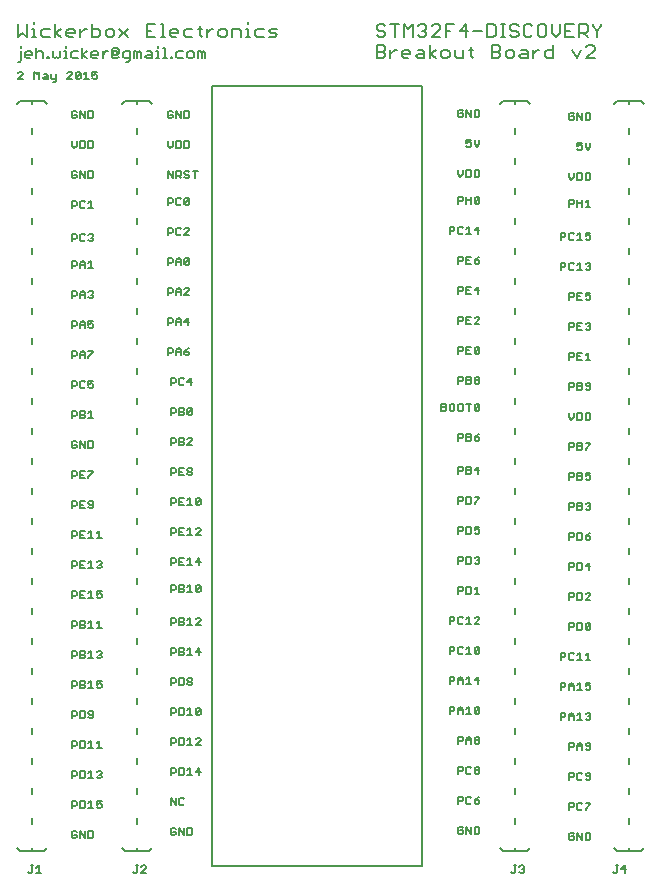
<source format=gto>
G75*
%MOIN*%
%OFA0B0*%
%FSLAX24Y24*%
%IPPOS*%
%LPD*%
%AMOC8*
5,1,8,0,0,1.08239X$1,22.5*
%
%ADD10C,0.0060*%
%ADD11C,0.0080*%
%ADD12C,0.0050*%
D10*
X003010Y001775D02*
X003050Y001735D01*
X003130Y001735D01*
X003170Y001775D01*
X003170Y001855D01*
X003090Y001855D01*
X003010Y001935D02*
X003010Y001775D01*
X003010Y001935D02*
X003050Y001975D01*
X003130Y001975D01*
X003170Y001935D01*
X003286Y001975D02*
X003446Y001735D01*
X003446Y001975D01*
X003562Y001975D02*
X003683Y001975D01*
X003723Y001935D01*
X003723Y001775D01*
X003683Y001735D01*
X003562Y001735D01*
X003562Y001975D01*
X003286Y001975D02*
X003286Y001735D01*
X003286Y002735D02*
X003406Y002735D01*
X003446Y002775D01*
X003446Y002935D01*
X003406Y002975D01*
X003286Y002975D01*
X003286Y002735D01*
X003170Y002855D02*
X003130Y002815D01*
X003010Y002815D01*
X003010Y002735D02*
X003010Y002975D01*
X003130Y002975D01*
X003170Y002935D01*
X003170Y002855D01*
X003562Y002895D02*
X003643Y002975D01*
X003643Y002735D01*
X003723Y002735D02*
X003562Y002735D01*
X003839Y002775D02*
X003879Y002735D01*
X003959Y002735D01*
X003999Y002775D01*
X003999Y002855D01*
X003959Y002895D01*
X003919Y002895D01*
X003839Y002855D01*
X003839Y002975D01*
X003999Y002975D01*
X003959Y003735D02*
X003879Y003735D01*
X003839Y003775D01*
X003919Y003855D02*
X003959Y003855D01*
X003999Y003815D01*
X003999Y003775D01*
X003959Y003735D01*
X003959Y003855D02*
X003999Y003895D01*
X003999Y003935D01*
X003959Y003975D01*
X003879Y003975D01*
X003839Y003935D01*
X003643Y003975D02*
X003643Y003735D01*
X003723Y003735D02*
X003562Y003735D01*
X003446Y003775D02*
X003446Y003935D01*
X003406Y003975D01*
X003286Y003975D01*
X003286Y003735D01*
X003406Y003735D01*
X003446Y003775D01*
X003562Y003895D02*
X003643Y003975D01*
X003170Y003935D02*
X003170Y003855D01*
X003130Y003815D01*
X003010Y003815D01*
X003010Y003735D02*
X003010Y003975D01*
X003130Y003975D01*
X003170Y003935D01*
X003286Y004735D02*
X003406Y004735D01*
X003446Y004775D01*
X003446Y004935D01*
X003406Y004975D01*
X003286Y004975D01*
X003286Y004735D01*
X003170Y004855D02*
X003130Y004815D01*
X003010Y004815D01*
X003010Y004735D02*
X003010Y004975D01*
X003130Y004975D01*
X003170Y004935D01*
X003170Y004855D01*
X003562Y004895D02*
X003643Y004975D01*
X003643Y004735D01*
X003723Y004735D02*
X003562Y004735D01*
X003839Y004735D02*
X003999Y004735D01*
X003919Y004735D02*
X003919Y004975D01*
X003839Y004895D01*
X003683Y005735D02*
X003603Y005735D01*
X003562Y005775D01*
X003603Y005855D02*
X003723Y005855D01*
X003723Y005935D02*
X003683Y005975D01*
X003603Y005975D01*
X003562Y005935D01*
X003562Y005895D01*
X003603Y005855D01*
X003723Y005775D02*
X003723Y005935D01*
X003723Y005775D02*
X003683Y005735D01*
X003446Y005775D02*
X003446Y005935D01*
X003406Y005975D01*
X003286Y005975D01*
X003286Y005735D01*
X003406Y005735D01*
X003446Y005775D01*
X003170Y005855D02*
X003130Y005815D01*
X003010Y005815D01*
X003010Y005735D02*
X003010Y005975D01*
X003130Y005975D01*
X003170Y005935D01*
X003170Y005855D01*
X003286Y006735D02*
X003406Y006735D01*
X003446Y006775D01*
X003446Y006815D01*
X003406Y006855D01*
X003286Y006855D01*
X003170Y006855D02*
X003130Y006815D01*
X003010Y006815D01*
X003010Y006735D02*
X003010Y006975D01*
X003130Y006975D01*
X003170Y006935D01*
X003170Y006855D01*
X003286Y006975D02*
X003406Y006975D01*
X003446Y006935D01*
X003446Y006895D01*
X003406Y006855D01*
X003562Y006895D02*
X003643Y006975D01*
X003643Y006735D01*
X003723Y006735D02*
X003562Y006735D01*
X003286Y006735D02*
X003286Y006975D01*
X003839Y006975D02*
X003839Y006855D01*
X003919Y006895D01*
X003959Y006895D01*
X003999Y006855D01*
X003999Y006775D01*
X003959Y006735D01*
X003879Y006735D01*
X003839Y006775D01*
X003839Y006975D02*
X003999Y006975D01*
X003959Y007735D02*
X003879Y007735D01*
X003839Y007775D01*
X003919Y007855D02*
X003959Y007855D01*
X003999Y007815D01*
X003999Y007775D01*
X003959Y007735D01*
X003959Y007855D02*
X003999Y007895D01*
X003999Y007935D01*
X003959Y007975D01*
X003879Y007975D01*
X003839Y007935D01*
X003643Y007975D02*
X003643Y007735D01*
X003723Y007735D02*
X003562Y007735D01*
X003446Y007775D02*
X003406Y007735D01*
X003286Y007735D01*
X003286Y007975D01*
X003406Y007975D01*
X003446Y007935D01*
X003446Y007895D01*
X003406Y007855D01*
X003286Y007855D01*
X003170Y007855D02*
X003130Y007815D01*
X003010Y007815D01*
X003010Y007735D02*
X003010Y007975D01*
X003130Y007975D01*
X003170Y007935D01*
X003170Y007855D01*
X003406Y007855D02*
X003446Y007815D01*
X003446Y007775D01*
X003562Y007895D02*
X003643Y007975D01*
X003643Y008735D02*
X003643Y008975D01*
X003562Y008895D01*
X003446Y008895D02*
X003406Y008855D01*
X003286Y008855D01*
X003170Y008855D02*
X003130Y008815D01*
X003010Y008815D01*
X003010Y008735D02*
X003010Y008975D01*
X003130Y008975D01*
X003170Y008935D01*
X003170Y008855D01*
X003286Y008735D02*
X003286Y008975D01*
X003406Y008975D01*
X003446Y008935D01*
X003446Y008895D01*
X003406Y008855D02*
X003446Y008815D01*
X003446Y008775D01*
X003406Y008735D01*
X003286Y008735D01*
X003562Y008735D02*
X003723Y008735D01*
X003839Y008735D02*
X003999Y008735D01*
X003919Y008735D02*
X003919Y008975D01*
X003839Y008895D01*
X003879Y009735D02*
X003839Y009775D01*
X003879Y009735D02*
X003959Y009735D01*
X003999Y009775D01*
X003999Y009855D01*
X003959Y009895D01*
X003919Y009895D01*
X003839Y009855D01*
X003839Y009975D01*
X003999Y009975D01*
X003643Y009975D02*
X003643Y009735D01*
X003723Y009735D02*
X003562Y009735D01*
X003446Y009735D02*
X003286Y009735D01*
X003286Y009975D01*
X003446Y009975D01*
X003562Y009895D02*
X003643Y009975D01*
X003366Y009855D02*
X003286Y009855D01*
X003170Y009855D02*
X003130Y009815D01*
X003010Y009815D01*
X003010Y009735D02*
X003010Y009975D01*
X003130Y009975D01*
X003170Y009935D01*
X003170Y009855D01*
X003286Y010735D02*
X003446Y010735D01*
X003562Y010735D02*
X003723Y010735D01*
X003643Y010735D02*
X003643Y010975D01*
X003562Y010895D01*
X003446Y010975D02*
X003286Y010975D01*
X003286Y010735D01*
X003286Y010855D02*
X003366Y010855D01*
X003170Y010855D02*
X003130Y010815D01*
X003010Y010815D01*
X003010Y010735D02*
X003010Y010975D01*
X003130Y010975D01*
X003170Y010935D01*
X003170Y010855D01*
X003839Y010935D02*
X003879Y010975D01*
X003959Y010975D01*
X003999Y010935D01*
X003999Y010895D01*
X003959Y010855D01*
X003999Y010815D01*
X003999Y010775D01*
X003959Y010735D01*
X003879Y010735D01*
X003839Y010775D01*
X003919Y010855D02*
X003959Y010855D01*
X003999Y011735D02*
X003839Y011735D01*
X003919Y011735D02*
X003919Y011975D01*
X003839Y011895D01*
X003723Y011735D02*
X003562Y011735D01*
X003643Y011735D02*
X003643Y011975D01*
X003562Y011895D01*
X003446Y011975D02*
X003286Y011975D01*
X003286Y011735D01*
X003446Y011735D01*
X003366Y011855D02*
X003286Y011855D01*
X003170Y011855D02*
X003130Y011815D01*
X003010Y011815D01*
X003010Y011735D02*
X003010Y011975D01*
X003130Y011975D01*
X003170Y011935D01*
X003170Y011855D01*
X003286Y012735D02*
X003446Y012735D01*
X003562Y012775D02*
X003603Y012735D01*
X003683Y012735D01*
X003723Y012775D01*
X003723Y012935D01*
X003683Y012975D01*
X003603Y012975D01*
X003562Y012935D01*
X003562Y012895D01*
X003603Y012855D01*
X003723Y012855D01*
X003446Y012975D02*
X003286Y012975D01*
X003286Y012735D01*
X003286Y012855D02*
X003366Y012855D01*
X003170Y012855D02*
X003130Y012815D01*
X003010Y012815D01*
X003010Y012735D02*
X003010Y012975D01*
X003130Y012975D01*
X003170Y012935D01*
X003170Y012855D01*
X003286Y013735D02*
X003446Y013735D01*
X003562Y013735D02*
X003562Y013775D01*
X003723Y013935D01*
X003723Y013975D01*
X003562Y013975D01*
X003446Y013975D02*
X003286Y013975D01*
X003286Y013735D01*
X003286Y013855D02*
X003366Y013855D01*
X003170Y013855D02*
X003130Y013815D01*
X003010Y013815D01*
X003010Y013735D02*
X003010Y013975D01*
X003130Y013975D01*
X003170Y013935D01*
X003170Y013855D01*
X003130Y014735D02*
X003170Y014775D01*
X003170Y014855D01*
X003090Y014855D01*
X003010Y014935D02*
X003010Y014775D01*
X003050Y014735D01*
X003130Y014735D01*
X003286Y014735D02*
X003286Y014975D01*
X003446Y014735D01*
X003446Y014975D01*
X003562Y014975D02*
X003683Y014975D01*
X003723Y014935D01*
X003723Y014775D01*
X003683Y014735D01*
X003562Y014735D01*
X003562Y014975D01*
X003170Y014935D02*
X003130Y014975D01*
X003050Y014975D01*
X003010Y014935D01*
X003010Y015735D02*
X003010Y015975D01*
X003130Y015975D01*
X003170Y015935D01*
X003170Y015855D01*
X003130Y015815D01*
X003010Y015815D01*
X003286Y015855D02*
X003406Y015855D01*
X003446Y015815D01*
X003446Y015775D01*
X003406Y015735D01*
X003286Y015735D01*
X003286Y015975D01*
X003406Y015975D01*
X003446Y015935D01*
X003446Y015895D01*
X003406Y015855D01*
X003562Y015895D02*
X003643Y015975D01*
X003643Y015735D01*
X003723Y015735D02*
X003562Y015735D01*
X003603Y016735D02*
X003562Y016775D01*
X003603Y016735D02*
X003683Y016735D01*
X003723Y016775D01*
X003723Y016855D01*
X003683Y016895D01*
X003643Y016895D01*
X003562Y016855D01*
X003562Y016975D01*
X003723Y016975D01*
X003446Y016935D02*
X003406Y016975D01*
X003326Y016975D01*
X003286Y016935D01*
X003286Y016775D01*
X003326Y016735D01*
X003406Y016735D01*
X003446Y016775D01*
X003170Y016855D02*
X003130Y016815D01*
X003010Y016815D01*
X003010Y016735D02*
X003010Y016975D01*
X003130Y016975D01*
X003170Y016935D01*
X003170Y016855D01*
X003286Y017735D02*
X003286Y017895D01*
X003366Y017975D01*
X003446Y017895D01*
X003446Y017735D01*
X003562Y017735D02*
X003562Y017775D01*
X003723Y017935D01*
X003723Y017975D01*
X003562Y017975D01*
X003446Y017855D02*
X003286Y017855D01*
X003170Y017855D02*
X003130Y017815D01*
X003010Y017815D01*
X003010Y017735D02*
X003010Y017975D01*
X003130Y017975D01*
X003170Y017935D01*
X003170Y017855D01*
X003286Y018735D02*
X003286Y018895D01*
X003366Y018975D01*
X003446Y018895D01*
X003446Y018735D01*
X003446Y018855D02*
X003286Y018855D01*
X003170Y018855D02*
X003130Y018815D01*
X003010Y018815D01*
X003010Y018735D02*
X003010Y018975D01*
X003130Y018975D01*
X003170Y018935D01*
X003170Y018855D01*
X003562Y018855D02*
X003643Y018895D01*
X003683Y018895D01*
X003723Y018855D01*
X003723Y018775D01*
X003683Y018735D01*
X003603Y018735D01*
X003562Y018775D01*
X003562Y018855D02*
X003562Y018975D01*
X003723Y018975D01*
X003683Y019735D02*
X003603Y019735D01*
X003562Y019775D01*
X003643Y019855D02*
X003683Y019855D01*
X003723Y019815D01*
X003723Y019775D01*
X003683Y019735D01*
X003683Y019855D02*
X003723Y019895D01*
X003723Y019935D01*
X003683Y019975D01*
X003603Y019975D01*
X003562Y019935D01*
X003446Y019895D02*
X003446Y019735D01*
X003446Y019855D02*
X003286Y019855D01*
X003286Y019895D02*
X003366Y019975D01*
X003446Y019895D01*
X003286Y019895D02*
X003286Y019735D01*
X003170Y019855D02*
X003130Y019815D01*
X003010Y019815D01*
X003010Y019735D02*
X003010Y019975D01*
X003130Y019975D01*
X003170Y019935D01*
X003170Y019855D01*
X003286Y020735D02*
X003286Y020895D01*
X003366Y020975D01*
X003446Y020895D01*
X003446Y020735D01*
X003562Y020735D02*
X003723Y020735D01*
X003643Y020735D02*
X003643Y020975D01*
X003562Y020895D01*
X003446Y020855D02*
X003286Y020855D01*
X003170Y020855D02*
X003130Y020815D01*
X003010Y020815D01*
X003010Y020735D02*
X003010Y020975D01*
X003130Y020975D01*
X003170Y020935D01*
X003170Y020855D01*
X003326Y021635D02*
X003406Y021635D01*
X003446Y021675D01*
X003562Y021675D02*
X003603Y021635D01*
X003683Y021635D01*
X003723Y021675D01*
X003723Y021715D01*
X003683Y021755D01*
X003643Y021755D01*
X003683Y021755D02*
X003723Y021795D01*
X003723Y021835D01*
X003683Y021875D01*
X003603Y021875D01*
X003562Y021835D01*
X003446Y021835D02*
X003406Y021875D01*
X003326Y021875D01*
X003286Y021835D01*
X003286Y021675D01*
X003326Y021635D01*
X003170Y021755D02*
X003130Y021715D01*
X003010Y021715D01*
X003010Y021635D02*
X003010Y021875D01*
X003130Y021875D01*
X003170Y021835D01*
X003170Y021755D01*
X003326Y022735D02*
X003406Y022735D01*
X003446Y022775D01*
X003562Y022735D02*
X003723Y022735D01*
X003643Y022735D02*
X003643Y022975D01*
X003562Y022895D01*
X003446Y022935D02*
X003406Y022975D01*
X003326Y022975D01*
X003286Y022935D01*
X003286Y022775D01*
X003326Y022735D01*
X003170Y022855D02*
X003130Y022815D01*
X003010Y022815D01*
X003010Y022735D02*
X003010Y022975D01*
X003130Y022975D01*
X003170Y022935D01*
X003170Y022855D01*
X003130Y023735D02*
X003170Y023775D01*
X003170Y023855D01*
X003090Y023855D01*
X003010Y023935D02*
X003010Y023775D01*
X003050Y023735D01*
X003130Y023735D01*
X003286Y023735D02*
X003286Y023975D01*
X003446Y023735D01*
X003446Y023975D01*
X003562Y023975D02*
X003683Y023975D01*
X003723Y023935D01*
X003723Y023775D01*
X003683Y023735D01*
X003562Y023735D01*
X003562Y023975D01*
X003170Y023935D02*
X003130Y023975D01*
X003050Y023975D01*
X003010Y023935D01*
X003090Y024735D02*
X003170Y024815D01*
X003170Y024975D01*
X003286Y024975D02*
X003406Y024975D01*
X003446Y024935D01*
X003446Y024775D01*
X003406Y024735D01*
X003286Y024735D01*
X003286Y024975D01*
X003010Y024975D02*
X003010Y024815D01*
X003090Y024735D01*
X003562Y024735D02*
X003683Y024735D01*
X003723Y024775D01*
X003723Y024935D01*
X003683Y024975D01*
X003562Y024975D01*
X003562Y024735D01*
X003562Y025735D02*
X003683Y025735D01*
X003723Y025775D01*
X003723Y025935D01*
X003683Y025975D01*
X003562Y025975D01*
X003562Y025735D01*
X003446Y025735D02*
X003446Y025975D01*
X003286Y025975D02*
X003286Y025735D01*
X003170Y025775D02*
X003170Y025855D01*
X003090Y025855D01*
X003010Y025935D02*
X003010Y025775D01*
X003050Y025735D01*
X003130Y025735D01*
X003170Y025775D01*
X003170Y025935D02*
X003130Y025975D01*
X003050Y025975D01*
X003010Y025935D01*
X003286Y025975D02*
X003446Y025735D01*
X004822Y027621D02*
X004879Y027621D01*
X004936Y027678D01*
X004936Y027962D01*
X004766Y027962D01*
X004709Y027905D01*
X004709Y027791D01*
X004766Y027735D01*
X004936Y027735D01*
X005077Y027735D02*
X005077Y027962D01*
X005134Y027962D01*
X005191Y027905D01*
X005247Y027962D01*
X005304Y027905D01*
X005304Y027735D01*
X005191Y027735D02*
X005191Y027905D01*
X005446Y027791D02*
X005502Y027848D01*
X005672Y027848D01*
X005672Y027905D02*
X005672Y027735D01*
X005502Y027735D01*
X005446Y027791D01*
X005502Y027962D02*
X005616Y027962D01*
X005672Y027905D01*
X005814Y027962D02*
X005871Y027962D01*
X005871Y027735D01*
X005927Y027735D02*
X005814Y027735D01*
X006059Y027735D02*
X006173Y027735D01*
X006116Y027735D02*
X006116Y028075D01*
X006059Y028075D01*
X005871Y028075D02*
X005871Y028132D01*
X006305Y027791D02*
X006362Y027791D01*
X006362Y027735D01*
X006305Y027735D01*
X006305Y027791D01*
X006489Y027791D02*
X006546Y027735D01*
X006716Y027735D01*
X006857Y027791D02*
X006914Y027735D01*
X007028Y027735D01*
X007084Y027791D01*
X007084Y027905D01*
X007028Y027962D01*
X006914Y027962D01*
X006857Y027905D01*
X006857Y027791D01*
X006716Y027962D02*
X006546Y027962D01*
X006489Y027905D01*
X006489Y027791D01*
X007226Y027735D02*
X007226Y027962D01*
X007283Y027962D01*
X007339Y027905D01*
X007396Y027962D01*
X007453Y027905D01*
X007453Y027735D01*
X007339Y027735D02*
X007339Y027905D01*
X006883Y025975D02*
X006762Y025975D01*
X006762Y025735D01*
X006883Y025735D01*
X006923Y025775D01*
X006923Y025935D01*
X006883Y025975D01*
X006646Y025975D02*
X006646Y025735D01*
X006486Y025975D01*
X006486Y025735D01*
X006370Y025775D02*
X006370Y025855D01*
X006290Y025855D01*
X006210Y025935D02*
X006210Y025775D01*
X006250Y025735D01*
X006330Y025735D01*
X006370Y025775D01*
X006370Y025935D02*
X006330Y025975D01*
X006250Y025975D01*
X006210Y025935D01*
X006210Y024975D02*
X006210Y024815D01*
X006290Y024735D01*
X006370Y024815D01*
X006370Y024975D01*
X006486Y024975D02*
X006606Y024975D01*
X006646Y024935D01*
X006646Y024775D01*
X006606Y024735D01*
X006486Y024735D01*
X006486Y024975D01*
X006762Y024975D02*
X006762Y024735D01*
X006883Y024735D01*
X006923Y024775D01*
X006923Y024935D01*
X006883Y024975D01*
X006762Y024975D01*
X006803Y023975D02*
X006762Y023935D01*
X006762Y023895D01*
X006803Y023855D01*
X006883Y023855D01*
X006923Y023815D01*
X006923Y023775D01*
X006883Y023735D01*
X006803Y023735D01*
X006762Y023775D01*
X006646Y023735D02*
X006566Y023815D01*
X006606Y023815D02*
X006486Y023815D01*
X006486Y023735D02*
X006486Y023975D01*
X006606Y023975D01*
X006646Y023935D01*
X006646Y023855D01*
X006606Y023815D01*
X006370Y023735D02*
X006370Y023975D01*
X006210Y023975D02*
X006210Y023735D01*
X006370Y023735D02*
X006210Y023975D01*
X006803Y023975D02*
X006883Y023975D01*
X006923Y023935D01*
X007039Y023975D02*
X007199Y023975D01*
X007119Y023975D02*
X007119Y023735D01*
X006883Y023075D02*
X006923Y023035D01*
X006762Y022875D01*
X006803Y022835D01*
X006883Y022835D01*
X006923Y022875D01*
X006923Y023035D01*
X006883Y023075D02*
X006803Y023075D01*
X006762Y023035D01*
X006762Y022875D01*
X006646Y022875D02*
X006606Y022835D01*
X006526Y022835D01*
X006486Y022875D01*
X006486Y023035D01*
X006526Y023075D01*
X006606Y023075D01*
X006646Y023035D01*
X006370Y023035D02*
X006370Y022955D01*
X006330Y022915D01*
X006210Y022915D01*
X006210Y022835D02*
X006210Y023075D01*
X006330Y023075D01*
X006370Y023035D01*
X006330Y022075D02*
X006210Y022075D01*
X006210Y021835D01*
X006210Y021915D02*
X006330Y021915D01*
X006370Y021955D01*
X006370Y022035D01*
X006330Y022075D01*
X006486Y022035D02*
X006486Y021875D01*
X006526Y021835D01*
X006606Y021835D01*
X006646Y021875D01*
X006762Y021835D02*
X006923Y021995D01*
X006923Y022035D01*
X006883Y022075D01*
X006803Y022075D01*
X006762Y022035D01*
X006646Y022035D02*
X006606Y022075D01*
X006526Y022075D01*
X006486Y022035D01*
X006762Y021835D02*
X006923Y021835D01*
X006883Y021075D02*
X006923Y021035D01*
X006762Y020875D01*
X006803Y020835D01*
X006883Y020835D01*
X006923Y020875D01*
X006923Y021035D01*
X006883Y021075D02*
X006803Y021075D01*
X006762Y021035D01*
X006762Y020875D01*
X006646Y020835D02*
X006646Y020995D01*
X006566Y021075D01*
X006486Y020995D01*
X006486Y020835D01*
X006486Y020955D02*
X006646Y020955D01*
X006370Y020955D02*
X006330Y020915D01*
X006210Y020915D01*
X006210Y020835D02*
X006210Y021075D01*
X006330Y021075D01*
X006370Y021035D01*
X006370Y020955D01*
X006330Y020075D02*
X006210Y020075D01*
X006210Y019835D01*
X006210Y019915D02*
X006330Y019915D01*
X006370Y019955D01*
X006370Y020035D01*
X006330Y020075D01*
X006486Y019995D02*
X006566Y020075D01*
X006646Y019995D01*
X006646Y019835D01*
X006762Y019835D02*
X006923Y019995D01*
X006923Y020035D01*
X006883Y020075D01*
X006803Y020075D01*
X006762Y020035D01*
X006646Y019955D02*
X006486Y019955D01*
X006486Y019995D02*
X006486Y019835D01*
X006762Y019835D02*
X006923Y019835D01*
X006883Y019075D02*
X006762Y018955D01*
X006923Y018955D01*
X006883Y018835D02*
X006883Y019075D01*
X006646Y018995D02*
X006646Y018835D01*
X006646Y018955D02*
X006486Y018955D01*
X006486Y018995D02*
X006566Y019075D01*
X006646Y018995D01*
X006486Y018995D02*
X006486Y018835D01*
X006370Y018955D02*
X006330Y018915D01*
X006210Y018915D01*
X006210Y018835D02*
X006210Y019075D01*
X006330Y019075D01*
X006370Y019035D01*
X006370Y018955D01*
X006330Y018075D02*
X006210Y018075D01*
X006210Y017835D01*
X006210Y017915D02*
X006330Y017915D01*
X006370Y017955D01*
X006370Y018035D01*
X006330Y018075D01*
X006486Y017995D02*
X006566Y018075D01*
X006646Y017995D01*
X006646Y017835D01*
X006646Y017955D02*
X006486Y017955D01*
X006486Y017995D02*
X006486Y017835D01*
X006762Y017875D02*
X006803Y017835D01*
X006883Y017835D01*
X006923Y017875D01*
X006923Y017915D01*
X006883Y017955D01*
X006762Y017955D01*
X006762Y017875D01*
X006762Y017955D02*
X006843Y018035D01*
X006923Y018075D01*
X006983Y017075D02*
X006862Y016955D01*
X007023Y016955D01*
X006983Y016835D02*
X006983Y017075D01*
X006746Y017035D02*
X006706Y017075D01*
X006626Y017075D01*
X006586Y017035D01*
X006586Y016875D01*
X006626Y016835D01*
X006706Y016835D01*
X006746Y016875D01*
X006470Y016955D02*
X006430Y016915D01*
X006310Y016915D01*
X006310Y016835D02*
X006310Y017075D01*
X006430Y017075D01*
X006470Y017035D01*
X006470Y016955D01*
X006430Y016075D02*
X006470Y016035D01*
X006470Y015955D01*
X006430Y015915D01*
X006310Y015915D01*
X006310Y015835D02*
X006310Y016075D01*
X006430Y016075D01*
X006586Y016075D02*
X006586Y015835D01*
X006706Y015835D01*
X006746Y015875D01*
X006746Y015915D01*
X006706Y015955D01*
X006586Y015955D01*
X006586Y016075D02*
X006706Y016075D01*
X006746Y016035D01*
X006746Y015995D01*
X006706Y015955D01*
X006862Y016035D02*
X006903Y016075D01*
X006983Y016075D01*
X007023Y016035D01*
X006862Y015875D01*
X006903Y015835D01*
X006983Y015835D01*
X007023Y015875D01*
X007023Y016035D01*
X006862Y016035D02*
X006862Y015875D01*
X006903Y015075D02*
X006862Y015035D01*
X006903Y015075D02*
X006983Y015075D01*
X007023Y015035D01*
X007023Y014995D01*
X006862Y014835D01*
X007023Y014835D01*
X006746Y014875D02*
X006706Y014835D01*
X006586Y014835D01*
X006586Y015075D01*
X006706Y015075D01*
X006746Y015035D01*
X006746Y014995D01*
X006706Y014955D01*
X006586Y014955D01*
X006470Y014955D02*
X006430Y014915D01*
X006310Y014915D01*
X006310Y014835D02*
X006310Y015075D01*
X006430Y015075D01*
X006470Y015035D01*
X006470Y014955D01*
X006706Y014955D02*
X006746Y014915D01*
X006746Y014875D01*
X006746Y014075D02*
X006586Y014075D01*
X006586Y013835D01*
X006746Y013835D01*
X006862Y013875D02*
X006862Y013915D01*
X006903Y013955D01*
X006983Y013955D01*
X007023Y013915D01*
X007023Y013875D01*
X006983Y013835D01*
X006903Y013835D01*
X006862Y013875D01*
X006903Y013955D02*
X006862Y013995D01*
X006862Y014035D01*
X006903Y014075D01*
X006983Y014075D01*
X007023Y014035D01*
X007023Y013995D01*
X006983Y013955D01*
X006666Y013955D02*
X006586Y013955D01*
X006470Y013955D02*
X006470Y014035D01*
X006430Y014075D01*
X006310Y014075D01*
X006310Y013835D01*
X006310Y013915D02*
X006430Y013915D01*
X006470Y013955D01*
X006430Y013075D02*
X006470Y013035D01*
X006470Y012955D01*
X006430Y012915D01*
X006310Y012915D01*
X006310Y012835D02*
X006310Y013075D01*
X006430Y013075D01*
X006586Y013075D02*
X006586Y012835D01*
X006746Y012835D01*
X006862Y012835D02*
X007023Y012835D01*
X006943Y012835D02*
X006943Y013075D01*
X006862Y012995D01*
X006746Y013075D02*
X006586Y013075D01*
X006586Y012955D02*
X006666Y012955D01*
X007139Y013035D02*
X007179Y013075D01*
X007259Y013075D01*
X007299Y013035D01*
X007139Y012875D01*
X007179Y012835D01*
X007259Y012835D01*
X007299Y012875D01*
X007299Y013035D01*
X007139Y013035D02*
X007139Y012875D01*
X007179Y012075D02*
X007139Y012035D01*
X007179Y012075D02*
X007259Y012075D01*
X007299Y012035D01*
X007299Y011995D01*
X007139Y011835D01*
X007299Y011835D01*
X007023Y011835D02*
X006862Y011835D01*
X006943Y011835D02*
X006943Y012075D01*
X006862Y011995D01*
X006746Y012075D02*
X006586Y012075D01*
X006586Y011835D01*
X006746Y011835D01*
X006666Y011955D02*
X006586Y011955D01*
X006470Y011955D02*
X006430Y011915D01*
X006310Y011915D01*
X006310Y011835D02*
X006310Y012075D01*
X006430Y012075D01*
X006470Y012035D01*
X006470Y011955D01*
X006430Y011075D02*
X006470Y011035D01*
X006470Y010955D01*
X006430Y010915D01*
X006310Y010915D01*
X006310Y010835D02*
X006310Y011075D01*
X006430Y011075D01*
X006586Y011075D02*
X006586Y010835D01*
X006746Y010835D01*
X006862Y010835D02*
X007023Y010835D01*
X006943Y010835D02*
X006943Y011075D01*
X006862Y010995D01*
X006746Y011075D02*
X006586Y011075D01*
X006586Y010955D02*
X006666Y010955D01*
X007139Y010955D02*
X007299Y010955D01*
X007259Y011075D02*
X007139Y010955D01*
X007259Y010835D02*
X007259Y011075D01*
X007259Y010175D02*
X007299Y010135D01*
X007139Y009975D01*
X007179Y009935D01*
X007259Y009935D01*
X007299Y009975D01*
X007299Y010135D01*
X007259Y010175D02*
X007179Y010175D01*
X007139Y010135D01*
X007139Y009975D01*
X007023Y009935D02*
X006862Y009935D01*
X006943Y009935D02*
X006943Y010175D01*
X006862Y010095D01*
X006746Y010095D02*
X006746Y010135D01*
X006706Y010175D01*
X006586Y010175D01*
X006586Y009935D01*
X006706Y009935D01*
X006746Y009975D01*
X006746Y010015D01*
X006706Y010055D01*
X006586Y010055D01*
X006470Y010055D02*
X006470Y010135D01*
X006430Y010175D01*
X006310Y010175D01*
X006310Y009935D01*
X006310Y010015D02*
X006430Y010015D01*
X006470Y010055D01*
X006706Y010055D02*
X006746Y010095D01*
X006706Y009075D02*
X006746Y009035D01*
X006746Y008995D01*
X006706Y008955D01*
X006586Y008955D01*
X006470Y008955D02*
X006430Y008915D01*
X006310Y008915D01*
X006310Y008835D02*
X006310Y009075D01*
X006430Y009075D01*
X006470Y009035D01*
X006470Y008955D01*
X006586Y008835D02*
X006586Y009075D01*
X006706Y009075D01*
X006706Y008955D02*
X006746Y008915D01*
X006746Y008875D01*
X006706Y008835D01*
X006586Y008835D01*
X006862Y008835D02*
X007023Y008835D01*
X006943Y008835D02*
X006943Y009075D01*
X006862Y008995D01*
X007139Y009035D02*
X007179Y009075D01*
X007259Y009075D01*
X007299Y009035D01*
X007299Y008995D01*
X007139Y008835D01*
X007299Y008835D01*
X007259Y008075D02*
X007139Y007955D01*
X007299Y007955D01*
X007259Y007835D02*
X007259Y008075D01*
X006943Y008075D02*
X006943Y007835D01*
X007023Y007835D02*
X006862Y007835D01*
X006746Y007875D02*
X006706Y007835D01*
X006586Y007835D01*
X006586Y008075D01*
X006706Y008075D01*
X006746Y008035D01*
X006746Y007995D01*
X006706Y007955D01*
X006586Y007955D01*
X006470Y007955D02*
X006470Y008035D01*
X006430Y008075D01*
X006310Y008075D01*
X006310Y007835D01*
X006310Y007915D02*
X006430Y007915D01*
X006470Y007955D01*
X006706Y007955D02*
X006746Y007915D01*
X006746Y007875D01*
X006862Y007995D02*
X006943Y008075D01*
X006983Y007075D02*
X007023Y007035D01*
X007023Y006995D01*
X006983Y006955D01*
X006903Y006955D01*
X006862Y006995D01*
X006862Y007035D01*
X006903Y007075D01*
X006983Y007075D01*
X006983Y006955D02*
X007023Y006915D01*
X007023Y006875D01*
X006983Y006835D01*
X006903Y006835D01*
X006862Y006875D01*
X006862Y006915D01*
X006903Y006955D01*
X006746Y007035D02*
X006706Y007075D01*
X006586Y007075D01*
X006586Y006835D01*
X006706Y006835D01*
X006746Y006875D01*
X006746Y007035D01*
X006470Y007035D02*
X006470Y006955D01*
X006430Y006915D01*
X006310Y006915D01*
X006310Y006835D02*
X006310Y007075D01*
X006430Y007075D01*
X006470Y007035D01*
X006430Y006075D02*
X006470Y006035D01*
X006470Y005955D01*
X006430Y005915D01*
X006310Y005915D01*
X006310Y005835D02*
X006310Y006075D01*
X006430Y006075D01*
X006586Y006075D02*
X006586Y005835D01*
X006706Y005835D01*
X006746Y005875D01*
X006746Y006035D01*
X006706Y006075D01*
X006586Y006075D01*
X006862Y005995D02*
X006943Y006075D01*
X006943Y005835D01*
X007023Y005835D02*
X006862Y005835D01*
X007139Y005875D02*
X007139Y006035D01*
X007179Y006075D01*
X007259Y006075D01*
X007299Y006035D01*
X007139Y005875D01*
X007179Y005835D01*
X007259Y005835D01*
X007299Y005875D01*
X007299Y006035D01*
X007259Y005075D02*
X007179Y005075D01*
X007139Y005035D01*
X007259Y005075D02*
X007299Y005035D01*
X007299Y004995D01*
X007139Y004835D01*
X007299Y004835D01*
X007023Y004835D02*
X006862Y004835D01*
X006943Y004835D02*
X006943Y005075D01*
X006862Y004995D01*
X006746Y005035D02*
X006706Y005075D01*
X006586Y005075D01*
X006586Y004835D01*
X006706Y004835D01*
X006746Y004875D01*
X006746Y005035D01*
X006470Y005035D02*
X006430Y005075D01*
X006310Y005075D01*
X006310Y004835D01*
X006310Y004915D02*
X006430Y004915D01*
X006470Y004955D01*
X006470Y005035D01*
X006430Y004075D02*
X006470Y004035D01*
X006470Y003955D01*
X006430Y003915D01*
X006310Y003915D01*
X006310Y003835D02*
X006310Y004075D01*
X006430Y004075D01*
X006586Y004075D02*
X006586Y003835D01*
X006706Y003835D01*
X006746Y003875D01*
X006746Y004035D01*
X006706Y004075D01*
X006586Y004075D01*
X006862Y003995D02*
X006943Y004075D01*
X006943Y003835D01*
X007023Y003835D02*
X006862Y003835D01*
X007139Y003955D02*
X007299Y003955D01*
X007259Y003835D02*
X007259Y004075D01*
X007139Y003955D01*
X006706Y003075D02*
X006626Y003075D01*
X006586Y003035D01*
X006586Y002875D01*
X006626Y002835D01*
X006706Y002835D01*
X006746Y002875D01*
X006746Y003035D02*
X006706Y003075D01*
X006470Y003075D02*
X006470Y002835D01*
X006310Y003075D01*
X006310Y002835D01*
X006350Y002075D02*
X006310Y002035D01*
X006310Y001875D01*
X006350Y001835D01*
X006430Y001835D01*
X006470Y001875D01*
X006470Y001955D01*
X006390Y001955D01*
X006470Y002035D02*
X006430Y002075D01*
X006350Y002075D01*
X006586Y002075D02*
X006746Y001835D01*
X006746Y002075D01*
X006862Y002075D02*
X006983Y002075D01*
X007023Y002035D01*
X007023Y001875D01*
X006983Y001835D01*
X006862Y001835D01*
X006862Y002075D01*
X006586Y002075D02*
X006586Y001835D01*
X015605Y005885D02*
X015605Y006125D01*
X015725Y006125D01*
X015765Y006085D01*
X015765Y006005D01*
X015725Y005965D01*
X015605Y005965D01*
X015881Y006005D02*
X016041Y006005D01*
X016041Y006045D02*
X016041Y005885D01*
X016158Y005885D02*
X016318Y005885D01*
X016238Y005885D02*
X016238Y006125D01*
X016158Y006045D01*
X016041Y006045D02*
X015961Y006125D01*
X015881Y006045D01*
X015881Y005885D01*
X016434Y005925D02*
X016594Y006085D01*
X016594Y005925D01*
X016554Y005885D01*
X016474Y005885D01*
X016434Y005925D01*
X016434Y006085D01*
X016474Y006125D01*
X016554Y006125D01*
X016594Y006085D01*
X016554Y006885D02*
X016554Y007125D01*
X016434Y007005D01*
X016594Y007005D01*
X016318Y006885D02*
X016158Y006885D01*
X016238Y006885D02*
X016238Y007125D01*
X016158Y007045D01*
X016041Y007045D02*
X016041Y006885D01*
X016041Y007005D02*
X015881Y007005D01*
X015881Y007045D02*
X015961Y007125D01*
X016041Y007045D01*
X015881Y007045D02*
X015881Y006885D01*
X015765Y007005D02*
X015725Y006965D01*
X015605Y006965D01*
X015605Y006885D02*
X015605Y007125D01*
X015725Y007125D01*
X015765Y007085D01*
X015765Y007005D01*
X015921Y007885D02*
X016001Y007885D01*
X016041Y007925D01*
X016158Y007885D02*
X016318Y007885D01*
X016238Y007885D02*
X016238Y008125D01*
X016158Y008045D01*
X016041Y008085D02*
X016001Y008125D01*
X015921Y008125D01*
X015881Y008085D01*
X015881Y007925D01*
X015921Y007885D01*
X015765Y008005D02*
X015765Y008085D01*
X015725Y008125D01*
X015605Y008125D01*
X015605Y007885D01*
X015605Y007965D02*
X015725Y007965D01*
X015765Y008005D01*
X016434Y007925D02*
X016434Y008085D01*
X016474Y008125D01*
X016554Y008125D01*
X016594Y008085D01*
X016434Y007925D01*
X016474Y007885D01*
X016554Y007885D01*
X016594Y007925D01*
X016594Y008085D01*
X016594Y008885D02*
X016434Y008885D01*
X016594Y009045D01*
X016594Y009085D01*
X016554Y009125D01*
X016474Y009125D01*
X016434Y009085D01*
X016238Y009125D02*
X016238Y008885D01*
X016158Y008885D02*
X016318Y008885D01*
X016158Y009045D02*
X016238Y009125D01*
X016041Y009085D02*
X016001Y009125D01*
X015921Y009125D01*
X015881Y009085D01*
X015881Y008925D01*
X015921Y008885D01*
X016001Y008885D01*
X016041Y008925D01*
X015765Y009005D02*
X015725Y008965D01*
X015605Y008965D01*
X015605Y008885D02*
X015605Y009125D01*
X015725Y009125D01*
X015765Y009085D01*
X015765Y009005D01*
X015881Y009885D02*
X015881Y010125D01*
X016001Y010125D01*
X016041Y010085D01*
X016041Y010005D01*
X016001Y009965D01*
X015881Y009965D01*
X016158Y009885D02*
X016158Y010125D01*
X016278Y010125D01*
X016318Y010085D01*
X016318Y009925D01*
X016278Y009885D01*
X016158Y009885D01*
X016434Y009885D02*
X016594Y009885D01*
X016514Y009885D02*
X016514Y010125D01*
X016434Y010045D01*
X016474Y010885D02*
X016434Y010925D01*
X016474Y010885D02*
X016554Y010885D01*
X016594Y010925D01*
X016594Y010965D01*
X016554Y011005D01*
X016514Y011005D01*
X016554Y011005D02*
X016594Y011045D01*
X016594Y011085D01*
X016554Y011125D01*
X016474Y011125D01*
X016434Y011085D01*
X016318Y011085D02*
X016278Y011125D01*
X016158Y011125D01*
X016158Y010885D01*
X016278Y010885D01*
X016318Y010925D01*
X016318Y011085D01*
X016041Y011085D02*
X016041Y011005D01*
X016001Y010965D01*
X015881Y010965D01*
X015881Y010885D02*
X015881Y011125D01*
X016001Y011125D01*
X016041Y011085D01*
X016158Y011885D02*
X016278Y011885D01*
X016318Y011925D01*
X016318Y012085D01*
X016278Y012125D01*
X016158Y012125D01*
X016158Y011885D01*
X016041Y012005D02*
X016001Y011965D01*
X015881Y011965D01*
X015881Y011885D02*
X015881Y012125D01*
X016001Y012125D01*
X016041Y012085D01*
X016041Y012005D01*
X016434Y012005D02*
X016514Y012045D01*
X016554Y012045D01*
X016594Y012005D01*
X016594Y011925D01*
X016554Y011885D01*
X016474Y011885D01*
X016434Y011925D01*
X016434Y012005D02*
X016434Y012125D01*
X016594Y012125D01*
X016434Y012885D02*
X016434Y012925D01*
X016594Y013085D01*
X016594Y013125D01*
X016434Y013125D01*
X016318Y013085D02*
X016278Y013125D01*
X016158Y013125D01*
X016158Y012885D01*
X016278Y012885D01*
X016318Y012925D01*
X016318Y013085D01*
X016041Y013085D02*
X016041Y013005D01*
X016001Y012965D01*
X015881Y012965D01*
X015881Y012885D02*
X015881Y013125D01*
X016001Y013125D01*
X016041Y013085D01*
X016158Y013885D02*
X016278Y013885D01*
X016318Y013925D01*
X016318Y013965D01*
X016278Y014005D01*
X016158Y014005D01*
X016041Y014005D02*
X016001Y013965D01*
X015881Y013965D01*
X015881Y013885D02*
X015881Y014125D01*
X016001Y014125D01*
X016041Y014085D01*
X016041Y014005D01*
X016158Y014125D02*
X016278Y014125D01*
X016318Y014085D01*
X016318Y014045D01*
X016278Y014005D01*
X016434Y014005D02*
X016594Y014005D01*
X016554Y014125D02*
X016434Y014005D01*
X016554Y013885D02*
X016554Y014125D01*
X016158Y014125D02*
X016158Y013885D01*
X016158Y014985D02*
X016278Y014985D01*
X016318Y015025D01*
X016318Y015065D01*
X016278Y015105D01*
X016158Y015105D01*
X016041Y015105D02*
X016001Y015065D01*
X015881Y015065D01*
X015881Y014985D02*
X015881Y015225D01*
X016001Y015225D01*
X016041Y015185D01*
X016041Y015105D01*
X016158Y014985D02*
X016158Y015225D01*
X016278Y015225D01*
X016318Y015185D01*
X016318Y015145D01*
X016278Y015105D01*
X016434Y015105D02*
X016554Y015105D01*
X016594Y015065D01*
X016594Y015025D01*
X016554Y014985D01*
X016474Y014985D01*
X016434Y015025D01*
X016434Y015105D01*
X016514Y015185D01*
X016594Y015225D01*
X016554Y015985D02*
X016474Y015985D01*
X016434Y016025D01*
X016594Y016185D01*
X016594Y016025D01*
X016554Y015985D01*
X016434Y016025D02*
X016434Y016185D01*
X016474Y016225D01*
X016554Y016225D01*
X016594Y016185D01*
X016318Y016225D02*
X016158Y016225D01*
X016238Y016225D02*
X016238Y015985D01*
X016041Y016025D02*
X016041Y016185D01*
X016001Y016225D01*
X015921Y016225D01*
X015881Y016185D01*
X015881Y016025D01*
X015921Y015985D01*
X016001Y015985D01*
X016041Y016025D01*
X015765Y016025D02*
X015765Y016185D01*
X015725Y016225D01*
X015645Y016225D01*
X015605Y016185D01*
X015605Y016025D01*
X015645Y015985D01*
X015725Y015985D01*
X015765Y016025D01*
X015489Y016025D02*
X015489Y016065D01*
X015449Y016105D01*
X015329Y016105D01*
X015449Y016105D02*
X015489Y016145D01*
X015489Y016185D01*
X015449Y016225D01*
X015329Y016225D01*
X015329Y015985D01*
X015449Y015985D01*
X015489Y016025D01*
X015881Y016885D02*
X015881Y017125D01*
X016001Y017125D01*
X016041Y017085D01*
X016041Y017005D01*
X016001Y016965D01*
X015881Y016965D01*
X016158Y017005D02*
X016278Y017005D01*
X016318Y016965D01*
X016318Y016925D01*
X016278Y016885D01*
X016158Y016885D01*
X016158Y017125D01*
X016278Y017125D01*
X016318Y017085D01*
X016318Y017045D01*
X016278Y017005D01*
X016434Y017045D02*
X016434Y017085D01*
X016474Y017125D01*
X016554Y017125D01*
X016594Y017085D01*
X016594Y017045D01*
X016554Y017005D01*
X016474Y017005D01*
X016434Y017045D01*
X016474Y017005D02*
X016434Y016965D01*
X016434Y016925D01*
X016474Y016885D01*
X016554Y016885D01*
X016594Y016925D01*
X016594Y016965D01*
X016554Y017005D01*
X016554Y017885D02*
X016474Y017885D01*
X016434Y017925D01*
X016594Y018085D01*
X016594Y017925D01*
X016554Y017885D01*
X016434Y017925D02*
X016434Y018085D01*
X016474Y018125D01*
X016554Y018125D01*
X016594Y018085D01*
X016318Y018125D02*
X016158Y018125D01*
X016158Y017885D01*
X016318Y017885D01*
X016238Y018005D02*
X016158Y018005D01*
X016041Y018005D02*
X016001Y017965D01*
X015881Y017965D01*
X015881Y017885D02*
X015881Y018125D01*
X016001Y018125D01*
X016041Y018085D01*
X016041Y018005D01*
X016158Y018885D02*
X016318Y018885D01*
X016434Y018885D02*
X016594Y019045D01*
X016594Y019085D01*
X016554Y019125D01*
X016474Y019125D01*
X016434Y019085D01*
X016318Y019125D02*
X016158Y019125D01*
X016158Y018885D01*
X016158Y019005D02*
X016238Y019005D01*
X016041Y019005D02*
X016001Y018965D01*
X015881Y018965D01*
X015881Y018885D02*
X015881Y019125D01*
X016001Y019125D01*
X016041Y019085D01*
X016041Y019005D01*
X016434Y018885D02*
X016594Y018885D01*
X016554Y019885D02*
X016554Y020125D01*
X016434Y020005D01*
X016594Y020005D01*
X016318Y020125D02*
X016158Y020125D01*
X016158Y019885D01*
X016318Y019885D01*
X016238Y020005D02*
X016158Y020005D01*
X016041Y020005D02*
X016001Y019965D01*
X015881Y019965D01*
X015881Y019885D02*
X015881Y020125D01*
X016001Y020125D01*
X016041Y020085D01*
X016041Y020005D01*
X016158Y020885D02*
X016318Y020885D01*
X016434Y020925D02*
X016474Y020885D01*
X016554Y020885D01*
X016594Y020925D01*
X016594Y020965D01*
X016554Y021005D01*
X016434Y021005D01*
X016434Y020925D01*
X016434Y021005D02*
X016514Y021085D01*
X016594Y021125D01*
X016318Y021125D02*
X016158Y021125D01*
X016158Y020885D01*
X016158Y021005D02*
X016238Y021005D01*
X016041Y021005D02*
X016001Y020965D01*
X015881Y020965D01*
X015881Y020885D02*
X015881Y021125D01*
X016001Y021125D01*
X016041Y021085D01*
X016041Y021005D01*
X016001Y021885D02*
X016041Y021925D01*
X016001Y021885D02*
X015921Y021885D01*
X015881Y021925D01*
X015881Y022085D01*
X015921Y022125D01*
X016001Y022125D01*
X016041Y022085D01*
X016158Y022045D02*
X016238Y022125D01*
X016238Y021885D01*
X016158Y021885D02*
X016318Y021885D01*
X016434Y022005D02*
X016594Y022005D01*
X016554Y022125D02*
X016434Y022005D01*
X016554Y021885D02*
X016554Y022125D01*
X016554Y022885D02*
X016474Y022885D01*
X016434Y022925D01*
X016594Y023085D01*
X016594Y022925D01*
X016554Y022885D01*
X016434Y022925D02*
X016434Y023085D01*
X016474Y023125D01*
X016554Y023125D01*
X016594Y023085D01*
X016318Y023125D02*
X016318Y022885D01*
X016318Y023005D02*
X016158Y023005D01*
X016041Y023005D02*
X016001Y022965D01*
X015881Y022965D01*
X015881Y022885D02*
X015881Y023125D01*
X016001Y023125D01*
X016041Y023085D01*
X016041Y023005D01*
X016158Y022885D02*
X016158Y023125D01*
X016158Y023785D02*
X016278Y023785D01*
X016318Y023825D01*
X016318Y023985D01*
X016278Y024025D01*
X016158Y024025D01*
X016158Y023785D01*
X016041Y023865D02*
X016041Y024025D01*
X015881Y024025D02*
X015881Y023865D01*
X015961Y023785D01*
X016041Y023865D01*
X016434Y023785D02*
X016554Y023785D01*
X016594Y023825D01*
X016594Y023985D01*
X016554Y024025D01*
X016434Y024025D01*
X016434Y023785D01*
X016514Y024785D02*
X016434Y024865D01*
X016434Y025025D01*
X016318Y025025D02*
X016158Y025025D01*
X016158Y024905D01*
X016238Y024945D01*
X016278Y024945D01*
X016318Y024905D01*
X016318Y024825D01*
X016278Y024785D01*
X016198Y024785D01*
X016158Y024825D01*
X016514Y024785D02*
X016594Y024865D01*
X016594Y025025D01*
X016554Y025785D02*
X016434Y025785D01*
X016434Y026025D01*
X016554Y026025D01*
X016594Y025985D01*
X016594Y025825D01*
X016554Y025785D01*
X016318Y025785D02*
X016318Y026025D01*
X016158Y026025D02*
X016158Y025785D01*
X016041Y025825D02*
X016041Y025905D01*
X015961Y025905D01*
X015881Y025985D02*
X015881Y025825D01*
X015921Y025785D01*
X016001Y025785D01*
X016041Y025825D01*
X016041Y025985D02*
X016001Y026025D01*
X015921Y026025D01*
X015881Y025985D01*
X016158Y026025D02*
X016318Y025785D01*
X015725Y022125D02*
X015765Y022085D01*
X015765Y022005D01*
X015725Y021965D01*
X015605Y021965D01*
X015605Y021885D02*
X015605Y022125D01*
X015725Y022125D01*
X019305Y021925D02*
X019305Y021685D01*
X019305Y021765D02*
X019425Y021765D01*
X019465Y021805D01*
X019465Y021885D01*
X019425Y021925D01*
X019305Y021925D01*
X019581Y021885D02*
X019581Y021725D01*
X019621Y021685D01*
X019701Y021685D01*
X019741Y021725D01*
X019858Y021685D02*
X020018Y021685D01*
X019938Y021685D02*
X019938Y021925D01*
X019858Y021845D01*
X019741Y021885D02*
X019701Y021925D01*
X019621Y021925D01*
X019581Y021885D01*
X020134Y021925D02*
X020134Y021805D01*
X020214Y021845D01*
X020254Y021845D01*
X020294Y021805D01*
X020294Y021725D01*
X020254Y021685D01*
X020174Y021685D01*
X020134Y021725D01*
X020134Y021925D02*
X020294Y021925D01*
X020294Y022785D02*
X020134Y022785D01*
X020214Y022785D02*
X020214Y023025D01*
X020134Y022945D01*
X020018Y022905D02*
X019858Y022905D01*
X019741Y022905D02*
X019701Y022865D01*
X019581Y022865D01*
X019581Y022785D02*
X019581Y023025D01*
X019701Y023025D01*
X019741Y022985D01*
X019741Y022905D01*
X019858Y022785D02*
X019858Y023025D01*
X020018Y023025D02*
X020018Y022785D01*
X019978Y023685D02*
X019858Y023685D01*
X019858Y023925D01*
X019978Y023925D01*
X020018Y023885D01*
X020018Y023725D01*
X019978Y023685D01*
X020134Y023685D02*
X020254Y023685D01*
X020294Y023725D01*
X020294Y023885D01*
X020254Y023925D01*
X020134Y023925D01*
X020134Y023685D01*
X019741Y023765D02*
X019741Y023925D01*
X019581Y023925D02*
X019581Y023765D01*
X019661Y023685D01*
X019741Y023765D01*
X019898Y024685D02*
X019858Y024725D01*
X019898Y024685D02*
X019978Y024685D01*
X020018Y024725D01*
X020018Y024805D01*
X019978Y024845D01*
X019938Y024845D01*
X019858Y024805D01*
X019858Y024925D01*
X020018Y024925D01*
X020134Y024925D02*
X020134Y024765D01*
X020214Y024685D01*
X020294Y024765D01*
X020294Y024925D01*
X020254Y025685D02*
X020134Y025685D01*
X020134Y025925D01*
X020254Y025925D01*
X020294Y025885D01*
X020294Y025725D01*
X020254Y025685D01*
X020018Y025685D02*
X020018Y025925D01*
X019858Y025925D02*
X019858Y025685D01*
X019741Y025725D02*
X019741Y025805D01*
X019661Y025805D01*
X019581Y025885D02*
X019581Y025725D01*
X019621Y025685D01*
X019701Y025685D01*
X019741Y025725D01*
X019741Y025885D02*
X019701Y025925D01*
X019621Y025925D01*
X019581Y025885D01*
X019858Y025925D02*
X020018Y025685D01*
X019938Y020925D02*
X019858Y020845D01*
X019938Y020925D02*
X019938Y020685D01*
X019858Y020685D02*
X020018Y020685D01*
X020134Y020725D02*
X020174Y020685D01*
X020254Y020685D01*
X020294Y020725D01*
X020294Y020765D01*
X020254Y020805D01*
X020214Y020805D01*
X020254Y020805D02*
X020294Y020845D01*
X020294Y020885D01*
X020254Y020925D01*
X020174Y020925D01*
X020134Y020885D01*
X019741Y020885D02*
X019701Y020925D01*
X019621Y020925D01*
X019581Y020885D01*
X019581Y020725D01*
X019621Y020685D01*
X019701Y020685D01*
X019741Y020725D01*
X019465Y020805D02*
X019425Y020765D01*
X019305Y020765D01*
X019305Y020685D02*
X019305Y020925D01*
X019425Y020925D01*
X019465Y020885D01*
X019465Y020805D01*
X019581Y019925D02*
X019701Y019925D01*
X019741Y019885D01*
X019741Y019805D01*
X019701Y019765D01*
X019581Y019765D01*
X019581Y019685D02*
X019581Y019925D01*
X019858Y019925D02*
X019858Y019685D01*
X020018Y019685D01*
X020134Y019725D02*
X020174Y019685D01*
X020254Y019685D01*
X020294Y019725D01*
X020294Y019805D01*
X020254Y019845D01*
X020214Y019845D01*
X020134Y019805D01*
X020134Y019925D01*
X020294Y019925D01*
X020018Y019925D02*
X019858Y019925D01*
X019858Y019805D02*
X019938Y019805D01*
X020018Y018925D02*
X019858Y018925D01*
X019858Y018685D01*
X020018Y018685D01*
X020134Y018725D02*
X020174Y018685D01*
X020254Y018685D01*
X020294Y018725D01*
X020294Y018765D01*
X020254Y018805D01*
X020214Y018805D01*
X020254Y018805D02*
X020294Y018845D01*
X020294Y018885D01*
X020254Y018925D01*
X020174Y018925D01*
X020134Y018885D01*
X019938Y018805D02*
X019858Y018805D01*
X019741Y018805D02*
X019701Y018765D01*
X019581Y018765D01*
X019581Y018685D02*
X019581Y018925D01*
X019701Y018925D01*
X019741Y018885D01*
X019741Y018805D01*
X019701Y017925D02*
X019581Y017925D01*
X019581Y017685D01*
X019581Y017765D02*
X019701Y017765D01*
X019741Y017805D01*
X019741Y017885D01*
X019701Y017925D01*
X019858Y017925D02*
X019858Y017685D01*
X020018Y017685D01*
X020134Y017685D02*
X020294Y017685D01*
X020214Y017685D02*
X020214Y017925D01*
X020134Y017845D01*
X020018Y017925D02*
X019858Y017925D01*
X019858Y017805D02*
X019938Y017805D01*
X019978Y016925D02*
X019858Y016925D01*
X019858Y016685D01*
X019978Y016685D01*
X020018Y016725D01*
X020018Y016765D01*
X019978Y016805D01*
X019858Y016805D01*
X019741Y016805D02*
X019701Y016765D01*
X019581Y016765D01*
X019581Y016685D02*
X019581Y016925D01*
X019701Y016925D01*
X019741Y016885D01*
X019741Y016805D01*
X019978Y016805D02*
X020018Y016845D01*
X020018Y016885D01*
X019978Y016925D01*
X020134Y016885D02*
X020134Y016845D01*
X020174Y016805D01*
X020294Y016805D01*
X020294Y016885D02*
X020254Y016925D01*
X020174Y016925D01*
X020134Y016885D01*
X020294Y016885D02*
X020294Y016725D01*
X020254Y016685D01*
X020174Y016685D01*
X020134Y016725D01*
X020134Y015925D02*
X020254Y015925D01*
X020294Y015885D01*
X020294Y015725D01*
X020254Y015685D01*
X020134Y015685D01*
X020134Y015925D01*
X020018Y015885D02*
X019978Y015925D01*
X019858Y015925D01*
X019858Y015685D01*
X019978Y015685D01*
X020018Y015725D01*
X020018Y015885D01*
X019741Y015925D02*
X019741Y015765D01*
X019661Y015685D01*
X019581Y015765D01*
X019581Y015925D01*
X019581Y014925D02*
X019701Y014925D01*
X019741Y014885D01*
X019741Y014805D01*
X019701Y014765D01*
X019581Y014765D01*
X019581Y014685D02*
X019581Y014925D01*
X019858Y014925D02*
X019858Y014685D01*
X019978Y014685D01*
X020018Y014725D01*
X020018Y014765D01*
X019978Y014805D01*
X019858Y014805D01*
X019978Y014805D02*
X020018Y014845D01*
X020018Y014885D01*
X019978Y014925D01*
X019858Y014925D01*
X020134Y014925D02*
X020294Y014925D01*
X020294Y014885D01*
X020134Y014725D01*
X020134Y014685D01*
X020134Y013925D02*
X020134Y013805D01*
X020214Y013845D01*
X020254Y013845D01*
X020294Y013805D01*
X020294Y013725D01*
X020254Y013685D01*
X020174Y013685D01*
X020134Y013725D01*
X020018Y013725D02*
X019978Y013685D01*
X019858Y013685D01*
X019858Y013925D01*
X019978Y013925D01*
X020018Y013885D01*
X020018Y013845D01*
X019978Y013805D01*
X019858Y013805D01*
X019741Y013805D02*
X019701Y013765D01*
X019581Y013765D01*
X019581Y013685D02*
X019581Y013925D01*
X019701Y013925D01*
X019741Y013885D01*
X019741Y013805D01*
X019978Y013805D02*
X020018Y013765D01*
X020018Y013725D01*
X020134Y013925D02*
X020294Y013925D01*
X020254Y012925D02*
X020294Y012885D01*
X020294Y012845D01*
X020254Y012805D01*
X020294Y012765D01*
X020294Y012725D01*
X020254Y012685D01*
X020174Y012685D01*
X020134Y012725D01*
X020214Y012805D02*
X020254Y012805D01*
X020254Y012925D02*
X020174Y012925D01*
X020134Y012885D01*
X020018Y012885D02*
X020018Y012845D01*
X019978Y012805D01*
X019858Y012805D01*
X019741Y012805D02*
X019701Y012765D01*
X019581Y012765D01*
X019581Y012685D02*
X019581Y012925D01*
X019701Y012925D01*
X019741Y012885D01*
X019741Y012805D01*
X019858Y012925D02*
X019978Y012925D01*
X020018Y012885D01*
X019978Y012805D02*
X020018Y012765D01*
X020018Y012725D01*
X019978Y012685D01*
X019858Y012685D01*
X019858Y012925D01*
X019858Y011925D02*
X019978Y011925D01*
X020018Y011885D01*
X020018Y011725D01*
X019978Y011685D01*
X019858Y011685D01*
X019858Y011925D01*
X019741Y011885D02*
X019701Y011925D01*
X019581Y011925D01*
X019581Y011685D01*
X019581Y011765D02*
X019701Y011765D01*
X019741Y011805D01*
X019741Y011885D01*
X020134Y011805D02*
X020254Y011805D01*
X020294Y011765D01*
X020294Y011725D01*
X020254Y011685D01*
X020174Y011685D01*
X020134Y011725D01*
X020134Y011805D01*
X020214Y011885D01*
X020294Y011925D01*
X020254Y010925D02*
X020134Y010805D01*
X020294Y010805D01*
X020254Y010685D02*
X020254Y010925D01*
X020018Y010885D02*
X019978Y010925D01*
X019858Y010925D01*
X019858Y010685D01*
X019978Y010685D01*
X020018Y010725D01*
X020018Y010885D01*
X019741Y010885D02*
X019741Y010805D01*
X019701Y010765D01*
X019581Y010765D01*
X019581Y010685D02*
X019581Y010925D01*
X019701Y010925D01*
X019741Y010885D01*
X019701Y009925D02*
X019581Y009925D01*
X019581Y009685D01*
X019581Y009765D02*
X019701Y009765D01*
X019741Y009805D01*
X019741Y009885D01*
X019701Y009925D01*
X019858Y009925D02*
X019978Y009925D01*
X020018Y009885D01*
X020018Y009725D01*
X019978Y009685D01*
X019858Y009685D01*
X019858Y009925D01*
X020134Y009885D02*
X020174Y009925D01*
X020254Y009925D01*
X020294Y009885D01*
X020294Y009845D01*
X020134Y009685D01*
X020294Y009685D01*
X020254Y008925D02*
X020294Y008885D01*
X020134Y008725D01*
X020174Y008685D01*
X020254Y008685D01*
X020294Y008725D01*
X020294Y008885D01*
X020254Y008925D02*
X020174Y008925D01*
X020134Y008885D01*
X020134Y008725D01*
X020018Y008725D02*
X020018Y008885D01*
X019978Y008925D01*
X019858Y008925D01*
X019858Y008685D01*
X019978Y008685D01*
X020018Y008725D01*
X019741Y008805D02*
X019701Y008765D01*
X019581Y008765D01*
X019581Y008685D02*
X019581Y008925D01*
X019701Y008925D01*
X019741Y008885D01*
X019741Y008805D01*
X019701Y007925D02*
X019621Y007925D01*
X019581Y007885D01*
X019581Y007725D01*
X019621Y007685D01*
X019701Y007685D01*
X019741Y007725D01*
X019858Y007685D02*
X020018Y007685D01*
X019938Y007685D02*
X019938Y007925D01*
X019858Y007845D01*
X019741Y007885D02*
X019701Y007925D01*
X019465Y007885D02*
X019465Y007805D01*
X019425Y007765D01*
X019305Y007765D01*
X019305Y007685D02*
X019305Y007925D01*
X019425Y007925D01*
X019465Y007885D01*
X020134Y007845D02*
X020214Y007925D01*
X020214Y007685D01*
X020134Y007685D02*
X020294Y007685D01*
X020294Y006925D02*
X020134Y006925D01*
X020134Y006805D01*
X020214Y006845D01*
X020254Y006845D01*
X020294Y006805D01*
X020294Y006725D01*
X020254Y006685D01*
X020174Y006685D01*
X020134Y006725D01*
X020018Y006685D02*
X019858Y006685D01*
X019938Y006685D02*
X019938Y006925D01*
X019858Y006845D01*
X019741Y006845D02*
X019741Y006685D01*
X019741Y006805D02*
X019581Y006805D01*
X019581Y006845D02*
X019581Y006685D01*
X019581Y006845D02*
X019661Y006925D01*
X019741Y006845D01*
X019465Y006885D02*
X019465Y006805D01*
X019425Y006765D01*
X019305Y006765D01*
X019305Y006685D02*
X019305Y006925D01*
X019425Y006925D01*
X019465Y006885D01*
X019425Y005925D02*
X019305Y005925D01*
X019305Y005685D01*
X019305Y005765D02*
X019425Y005765D01*
X019465Y005805D01*
X019465Y005885D01*
X019425Y005925D01*
X019581Y005845D02*
X019661Y005925D01*
X019741Y005845D01*
X019741Y005685D01*
X019858Y005685D02*
X020018Y005685D01*
X019938Y005685D02*
X019938Y005925D01*
X019858Y005845D01*
X019741Y005805D02*
X019581Y005805D01*
X019581Y005845D02*
X019581Y005685D01*
X020134Y005725D02*
X020174Y005685D01*
X020254Y005685D01*
X020294Y005725D01*
X020294Y005765D01*
X020254Y005805D01*
X020214Y005805D01*
X020254Y005805D02*
X020294Y005845D01*
X020294Y005885D01*
X020254Y005925D01*
X020174Y005925D01*
X020134Y005885D01*
X020174Y004925D02*
X020134Y004885D01*
X020134Y004845D01*
X020174Y004805D01*
X020294Y004805D01*
X020294Y004885D02*
X020254Y004925D01*
X020174Y004925D01*
X020294Y004885D02*
X020294Y004725D01*
X020254Y004685D01*
X020174Y004685D01*
X020134Y004725D01*
X020018Y004685D02*
X020018Y004845D01*
X019938Y004925D01*
X019858Y004845D01*
X019858Y004685D01*
X019858Y004805D02*
X020018Y004805D01*
X019741Y004805D02*
X019701Y004765D01*
X019581Y004765D01*
X019581Y004685D02*
X019581Y004925D01*
X019701Y004925D01*
X019741Y004885D01*
X019741Y004805D01*
X019701Y003925D02*
X019581Y003925D01*
X019581Y003685D01*
X019581Y003765D02*
X019701Y003765D01*
X019741Y003805D01*
X019741Y003885D01*
X019701Y003925D01*
X019858Y003885D02*
X019858Y003725D01*
X019898Y003685D01*
X019978Y003685D01*
X020018Y003725D01*
X020134Y003725D02*
X020174Y003685D01*
X020254Y003685D01*
X020294Y003725D01*
X020294Y003885D01*
X020254Y003925D01*
X020174Y003925D01*
X020134Y003885D01*
X020134Y003845D01*
X020174Y003805D01*
X020294Y003805D01*
X020018Y003885D02*
X019978Y003925D01*
X019898Y003925D01*
X019858Y003885D01*
X019898Y002925D02*
X019858Y002885D01*
X019858Y002725D01*
X019898Y002685D01*
X019978Y002685D01*
X020018Y002725D01*
X020134Y002725D02*
X020134Y002685D01*
X020134Y002725D02*
X020294Y002885D01*
X020294Y002925D01*
X020134Y002925D01*
X020018Y002885D02*
X019978Y002925D01*
X019898Y002925D01*
X019741Y002885D02*
X019741Y002805D01*
X019701Y002765D01*
X019581Y002765D01*
X019581Y002685D02*
X019581Y002925D01*
X019701Y002925D01*
X019741Y002885D01*
X019701Y001925D02*
X019621Y001925D01*
X019581Y001885D01*
X019581Y001725D01*
X019621Y001685D01*
X019701Y001685D01*
X019741Y001725D01*
X019741Y001805D01*
X019661Y001805D01*
X019741Y001885D02*
X019701Y001925D01*
X019858Y001925D02*
X020018Y001685D01*
X020018Y001925D01*
X020134Y001925D02*
X020254Y001925D01*
X020294Y001885D01*
X020294Y001725D01*
X020254Y001685D01*
X020134Y001685D01*
X020134Y001925D01*
X019858Y001925D02*
X019858Y001685D01*
X016594Y001925D02*
X016594Y002085D01*
X016554Y002125D01*
X016434Y002125D01*
X016434Y001885D01*
X016554Y001885D01*
X016594Y001925D01*
X016318Y001885D02*
X016318Y002125D01*
X016158Y002125D02*
X016158Y001885D01*
X016041Y001925D02*
X016041Y002005D01*
X015961Y002005D01*
X015881Y002085D02*
X015881Y001925D01*
X015921Y001885D01*
X016001Y001885D01*
X016041Y001925D01*
X016041Y002085D02*
X016001Y002125D01*
X015921Y002125D01*
X015881Y002085D01*
X016158Y002125D02*
X016318Y001885D01*
X016278Y002885D02*
X016198Y002885D01*
X016158Y002925D01*
X016158Y003085D01*
X016198Y003125D01*
X016278Y003125D01*
X016318Y003085D01*
X016434Y003005D02*
X016554Y003005D01*
X016594Y002965D01*
X016594Y002925D01*
X016554Y002885D01*
X016474Y002885D01*
X016434Y002925D01*
X016434Y003005D01*
X016514Y003085D01*
X016594Y003125D01*
X016318Y002925D02*
X016278Y002885D01*
X016041Y003005D02*
X016001Y002965D01*
X015881Y002965D01*
X015881Y002885D02*
X015881Y003125D01*
X016001Y003125D01*
X016041Y003085D01*
X016041Y003005D01*
X016198Y003885D02*
X016278Y003885D01*
X016318Y003925D01*
X016434Y003925D02*
X016434Y003965D01*
X016474Y004005D01*
X016554Y004005D01*
X016594Y003965D01*
X016594Y003925D01*
X016554Y003885D01*
X016474Y003885D01*
X016434Y003925D01*
X016474Y004005D02*
X016434Y004045D01*
X016434Y004085D01*
X016474Y004125D01*
X016554Y004125D01*
X016594Y004085D01*
X016594Y004045D01*
X016554Y004005D01*
X016318Y004085D02*
X016278Y004125D01*
X016198Y004125D01*
X016158Y004085D01*
X016158Y003925D01*
X016198Y003885D01*
X016041Y004005D02*
X016001Y003965D01*
X015881Y003965D01*
X015881Y003885D02*
X015881Y004125D01*
X016001Y004125D01*
X016041Y004085D01*
X016041Y004005D01*
X016158Y004885D02*
X016158Y005045D01*
X016238Y005125D01*
X016318Y005045D01*
X016318Y004885D01*
X016318Y005005D02*
X016158Y005005D01*
X016041Y005005D02*
X016001Y004965D01*
X015881Y004965D01*
X015881Y004885D02*
X015881Y005125D01*
X016001Y005125D01*
X016041Y005085D01*
X016041Y005005D01*
X016434Y005045D02*
X016434Y005085D01*
X016474Y005125D01*
X016554Y005125D01*
X016594Y005085D01*
X016594Y005045D01*
X016554Y005005D01*
X016474Y005005D01*
X016434Y005045D01*
X016474Y005005D02*
X016434Y004965D01*
X016434Y004925D01*
X016474Y004885D01*
X016554Y004885D01*
X016594Y004925D01*
X016594Y004965D01*
X016554Y005005D01*
X001267Y027621D02*
X001210Y027621D01*
X001267Y027621D02*
X001323Y027678D01*
X001323Y027962D01*
X001323Y028075D02*
X001323Y028132D01*
X001512Y027962D02*
X001456Y027905D01*
X001456Y027791D01*
X001512Y027735D01*
X001626Y027735D01*
X001682Y027848D02*
X001456Y027848D01*
X001512Y027962D02*
X001626Y027962D01*
X001682Y027905D01*
X001682Y027848D01*
X001824Y027905D02*
X001881Y027962D01*
X001994Y027962D01*
X002051Y027905D01*
X002051Y027735D01*
X002192Y027735D02*
X002249Y027735D01*
X002249Y027791D01*
X002192Y027791D01*
X002192Y027735D01*
X002376Y027791D02*
X002433Y027735D01*
X002490Y027791D01*
X002546Y027735D01*
X002603Y027791D01*
X002603Y027962D01*
X002745Y027962D02*
X002801Y027962D01*
X002801Y027735D01*
X002745Y027735D02*
X002858Y027735D01*
X002990Y027791D02*
X003047Y027735D01*
X003217Y027735D01*
X003359Y027735D02*
X003359Y028075D01*
X003217Y027962D02*
X003047Y027962D01*
X002990Y027905D01*
X002990Y027791D01*
X002801Y028075D02*
X002801Y028132D01*
X002376Y027962D02*
X002376Y027791D01*
X001824Y027735D02*
X001824Y028075D01*
X003359Y027848D02*
X003529Y027962D01*
X003665Y027905D02*
X003722Y027962D01*
X003836Y027962D01*
X003892Y027905D01*
X003892Y027848D01*
X003665Y027848D01*
X003665Y027791D02*
X003665Y027905D01*
X003665Y027791D02*
X003722Y027735D01*
X003836Y027735D01*
X004034Y027735D02*
X004034Y027962D01*
X004147Y027962D02*
X004034Y027848D01*
X004147Y027962D02*
X004204Y027962D01*
X004341Y028018D02*
X004397Y028075D01*
X004511Y028075D01*
X004568Y028018D01*
X004568Y027905D01*
X004511Y027848D01*
X004511Y027962D01*
X004397Y027962D01*
X004397Y027848D01*
X004511Y027848D01*
X004568Y027791D02*
X004511Y027735D01*
X004397Y027735D01*
X004341Y027791D01*
X004341Y028018D01*
X003529Y027735D02*
X003359Y027848D01*
D11*
X001180Y001415D02*
X001290Y001305D01*
X001680Y001305D01*
X002070Y001305D01*
X002180Y001415D01*
X001680Y001405D02*
X001680Y001305D01*
X001680Y002205D02*
X001680Y002405D01*
X001680Y003205D02*
X001680Y003405D01*
X001680Y004205D02*
X001680Y004405D01*
X001680Y005205D02*
X001680Y005405D01*
X001680Y006205D02*
X001680Y006405D01*
X001680Y007205D02*
X001680Y007405D01*
X001680Y008205D02*
X001680Y008405D01*
X001680Y009205D02*
X001680Y009405D01*
X001680Y010205D02*
X001680Y010405D01*
X001680Y011205D02*
X001680Y011405D01*
X001680Y012205D02*
X001680Y012405D01*
X001680Y013205D02*
X001680Y013405D01*
X001680Y014205D02*
X001680Y014305D01*
X001680Y014405D01*
X001680Y015205D02*
X001680Y015405D01*
X001680Y016205D02*
X001680Y016405D01*
X001680Y017205D02*
X001680Y017405D01*
X001680Y018205D02*
X001680Y018405D01*
X001680Y019205D02*
X001680Y019405D01*
X001680Y020205D02*
X001680Y020405D01*
X001680Y021205D02*
X001680Y021405D01*
X001680Y021305D02*
X001680Y021205D01*
X001680Y022205D02*
X001680Y022405D01*
X001680Y023205D02*
X001680Y023405D01*
X001680Y024205D02*
X001680Y024405D01*
X001680Y025205D02*
X001680Y025405D01*
X001680Y025305D02*
X001680Y025205D01*
X001680Y026205D02*
X001680Y026305D01*
X001290Y026305D01*
X001180Y026195D01*
X001680Y026305D02*
X002070Y026305D01*
X002180Y026195D01*
X002268Y028445D02*
X002057Y028445D01*
X001987Y028515D01*
X001987Y028655D01*
X002057Y028725D01*
X002268Y028725D01*
X002448Y028585D02*
X002658Y028445D01*
X002831Y028515D02*
X002831Y028655D01*
X002901Y028725D01*
X003042Y028725D01*
X003112Y028655D01*
X003112Y028585D01*
X002831Y028585D01*
X002831Y028515D02*
X002901Y028445D01*
X003042Y028445D01*
X003292Y028445D02*
X003292Y028725D01*
X003292Y028585D02*
X003432Y028725D01*
X003502Y028725D01*
X003675Y028725D02*
X003886Y028725D01*
X003956Y028655D01*
X003956Y028515D01*
X003886Y028445D01*
X003675Y028445D01*
X003675Y028865D01*
X004136Y028655D02*
X004136Y028515D01*
X004206Y028445D01*
X004346Y028445D01*
X004416Y028515D01*
X004416Y028655D01*
X004346Y028725D01*
X004206Y028725D01*
X004136Y028655D01*
X004596Y028725D02*
X004876Y028445D01*
X004596Y028445D02*
X004876Y028725D01*
X005517Y028655D02*
X005657Y028655D01*
X005517Y028865D02*
X005517Y028445D01*
X005797Y028445D01*
X005977Y028445D02*
X006118Y028445D01*
X006047Y028445D02*
X006047Y028865D01*
X005977Y028865D01*
X005797Y028865D02*
X005517Y028865D01*
X006284Y028655D02*
X006284Y028515D01*
X006354Y028445D01*
X006494Y028445D01*
X006565Y028585D02*
X006284Y028585D01*
X006284Y028655D02*
X006354Y028725D01*
X006494Y028725D01*
X006565Y028655D01*
X006565Y028585D01*
X006745Y028655D02*
X006745Y028515D01*
X006815Y028445D01*
X007025Y028445D01*
X007275Y028515D02*
X007275Y028795D01*
X007205Y028725D02*
X007345Y028725D01*
X007512Y028725D02*
X007512Y028445D01*
X007512Y028585D02*
X007652Y028725D01*
X007722Y028725D01*
X007896Y028655D02*
X007896Y028515D01*
X007966Y028445D01*
X008106Y028445D01*
X008176Y028515D01*
X008176Y028655D01*
X008106Y028725D01*
X007966Y028725D01*
X007896Y028655D01*
X008356Y028725D02*
X008356Y028445D01*
X008356Y028725D02*
X008566Y028725D01*
X008636Y028655D01*
X008636Y028445D01*
X008816Y028445D02*
X008957Y028445D01*
X008887Y028445D02*
X008887Y028725D01*
X008816Y028725D01*
X008887Y028865D02*
X008887Y028935D01*
X009123Y028655D02*
X009123Y028515D01*
X009193Y028445D01*
X009404Y028445D01*
X009584Y028445D02*
X009794Y028445D01*
X009864Y028515D01*
X009794Y028585D01*
X009654Y028585D01*
X009584Y028655D01*
X009654Y028725D01*
X009864Y028725D01*
X009404Y028725D02*
X009193Y028725D01*
X009123Y028655D01*
X007345Y028445D02*
X007275Y028515D01*
X007025Y028725D02*
X006815Y028725D01*
X006745Y028655D01*
X005570Y026305D02*
X005180Y026305D01*
X005180Y026205D01*
X005180Y026305D02*
X004790Y026305D01*
X004680Y026195D01*
X005570Y026305D02*
X005680Y026195D01*
X005180Y025405D02*
X005180Y025205D01*
X005180Y025305D01*
X005180Y024405D02*
X005180Y024205D01*
X005180Y023405D02*
X005180Y023205D01*
X005180Y022405D02*
X005180Y022205D01*
X005180Y021405D02*
X005180Y021205D01*
X005180Y021305D01*
X005180Y020405D02*
X005180Y020205D01*
X005180Y019405D02*
X005180Y019205D01*
X005180Y018405D02*
X005180Y018205D01*
X005180Y017405D02*
X005180Y017205D01*
X005180Y016405D02*
X005180Y016205D01*
X005180Y015405D02*
X005180Y015205D01*
X005180Y014405D02*
X005180Y014305D01*
X005180Y014205D01*
X005180Y013405D02*
X005180Y013205D01*
X005180Y012405D02*
X005180Y012205D01*
X005180Y011405D02*
X005180Y011205D01*
X005180Y010405D02*
X005180Y010205D01*
X005180Y009405D02*
X005180Y009205D01*
X005180Y008405D02*
X005180Y008205D01*
X005180Y007405D02*
X005180Y007205D01*
X005180Y006405D02*
X005180Y006205D01*
X005180Y005405D02*
X005180Y005205D01*
X005180Y004405D02*
X005180Y004205D01*
X005180Y003405D02*
X005180Y003205D01*
X005180Y002405D02*
X005180Y002205D01*
X005180Y001405D02*
X005180Y001305D01*
X005570Y001305D01*
X005680Y001415D01*
X005180Y001305D02*
X004790Y001305D01*
X004680Y001415D01*
X017280Y001415D02*
X017390Y001305D01*
X017780Y001305D01*
X018170Y001305D01*
X018280Y001415D01*
X017780Y001405D02*
X017780Y001305D01*
X017780Y002205D02*
X017780Y002405D01*
X017780Y003205D02*
X017780Y003405D01*
X017780Y004205D02*
X017780Y004405D01*
X017780Y005205D02*
X017780Y005405D01*
X017780Y006205D02*
X017780Y006405D01*
X017780Y007205D02*
X017780Y007405D01*
X017780Y008205D02*
X017780Y008405D01*
X017780Y009205D02*
X017780Y009405D01*
X017780Y010205D02*
X017780Y010405D01*
X017780Y011205D02*
X017780Y011405D01*
X017780Y012205D02*
X017780Y012405D01*
X017780Y013205D02*
X017780Y013405D01*
X017780Y014205D02*
X017780Y014305D01*
X017780Y014405D01*
X017780Y015205D02*
X017780Y015405D01*
X017780Y016205D02*
X017780Y016405D01*
X017780Y017205D02*
X017780Y017405D01*
X017780Y018205D02*
X017780Y018405D01*
X017780Y019205D02*
X017780Y019405D01*
X017780Y020205D02*
X017780Y020405D01*
X017780Y021205D02*
X017780Y021405D01*
X017780Y021305D02*
X017780Y021205D01*
X017780Y022205D02*
X017780Y022405D01*
X017780Y023205D02*
X017780Y023405D01*
X017780Y024205D02*
X017780Y024405D01*
X017780Y025205D02*
X017780Y025405D01*
X017780Y025305D02*
X017780Y025205D01*
X017780Y026205D02*
X017780Y026305D01*
X017390Y026305D01*
X017280Y026195D01*
X017780Y026305D02*
X018170Y026305D01*
X018280Y026195D01*
X018208Y027745D02*
X017997Y027745D01*
X017927Y027815D01*
X017997Y027885D01*
X018208Y027885D01*
X018208Y027955D02*
X018208Y027745D01*
X018388Y027745D02*
X018388Y028025D01*
X018388Y027885D02*
X018528Y028025D01*
X018598Y028025D01*
X018771Y027955D02*
X018771Y027815D01*
X018841Y027745D01*
X019052Y027745D01*
X019052Y028165D01*
X019052Y028025D02*
X018841Y028025D01*
X018771Y027955D01*
X018751Y028445D02*
X018611Y028445D01*
X018541Y028515D01*
X018541Y028795D01*
X018611Y028865D01*
X018751Y028865D01*
X018821Y028795D01*
X018821Y028515D01*
X018751Y028445D01*
X019002Y028585D02*
X019142Y028445D01*
X019282Y028585D01*
X019282Y028865D01*
X019462Y028865D02*
X019462Y028445D01*
X019742Y028445D01*
X019922Y028445D02*
X019922Y028865D01*
X020133Y028865D01*
X020203Y028795D01*
X020203Y028655D01*
X020133Y028585D01*
X019922Y028585D01*
X020063Y028585D02*
X020203Y028445D01*
X020223Y028165D02*
X020153Y028095D01*
X020223Y028165D02*
X020363Y028165D01*
X020433Y028095D01*
X020433Y028025D01*
X020153Y027745D01*
X020433Y027745D01*
X019972Y028025D02*
X019832Y027745D01*
X019692Y028025D01*
X019602Y028655D02*
X019462Y028655D01*
X019462Y028865D02*
X019742Y028865D01*
X020383Y028865D02*
X020383Y028795D01*
X020523Y028655D01*
X020523Y028445D01*
X020523Y028655D02*
X020663Y028795D01*
X020663Y028865D01*
X019002Y028865D02*
X019002Y028585D01*
X018361Y028515D02*
X018291Y028445D01*
X018151Y028445D01*
X018081Y028515D01*
X018081Y028795D01*
X018151Y028865D01*
X018291Y028865D01*
X018361Y028795D01*
X017901Y028795D02*
X017831Y028865D01*
X017691Y028865D01*
X017620Y028795D01*
X017620Y028725D01*
X017691Y028655D01*
X017831Y028655D01*
X017901Y028585D01*
X017901Y028515D01*
X017831Y028445D01*
X017691Y028445D01*
X017620Y028515D01*
X017454Y028445D02*
X017314Y028445D01*
X017384Y028445D02*
X017384Y028865D01*
X017314Y028865D02*
X017454Y028865D01*
X017133Y028795D02*
X017063Y028865D01*
X016853Y028865D01*
X016853Y028445D01*
X017063Y028445D01*
X017133Y028515D01*
X017133Y028795D01*
X016673Y028655D02*
X016393Y028655D01*
X016213Y028655D02*
X015932Y028655D01*
X016143Y028865D01*
X016143Y028445D01*
X016309Y028095D02*
X016309Y027815D01*
X016379Y027745D01*
X016379Y028025D02*
X016239Y028025D01*
X016059Y028025D02*
X016059Y027745D01*
X015849Y027745D01*
X015779Y027815D01*
X015779Y028025D01*
X015599Y027955D02*
X015599Y027815D01*
X015529Y027745D01*
X015389Y027745D01*
X015318Y027815D01*
X015318Y027955D01*
X015389Y028025D01*
X015529Y028025D01*
X015599Y027955D01*
X015472Y028445D02*
X015472Y028865D01*
X015752Y028865D01*
X015612Y028655D02*
X015472Y028655D01*
X015292Y028725D02*
X015292Y028795D01*
X015222Y028865D01*
X015082Y028865D01*
X015012Y028795D01*
X014831Y028795D02*
X014831Y028725D01*
X014761Y028655D01*
X014831Y028585D01*
X014831Y028515D01*
X014761Y028445D01*
X014621Y028445D01*
X014551Y028515D01*
X014371Y028445D02*
X014371Y028865D01*
X014231Y028725D01*
X014091Y028865D01*
X014091Y028445D01*
X014084Y028025D02*
X014014Y027955D01*
X014014Y027815D01*
X014084Y027745D01*
X014224Y027745D01*
X014294Y027885D02*
X014014Y027885D01*
X014084Y028025D02*
X014224Y028025D01*
X014294Y027955D01*
X014294Y027885D01*
X014474Y027815D02*
X014545Y027885D01*
X014755Y027885D01*
X014755Y027955D02*
X014755Y027745D01*
X014545Y027745D01*
X014474Y027815D01*
X014545Y028025D02*
X014685Y028025D01*
X014755Y027955D01*
X014935Y027885D02*
X015145Y028025D01*
X014935Y027885D02*
X015145Y027745D01*
X014935Y027745D02*
X014935Y028165D01*
X015012Y028445D02*
X015292Y028725D01*
X015292Y028445D02*
X015012Y028445D01*
X014761Y028655D02*
X014691Y028655D01*
X014551Y028795D02*
X014621Y028865D01*
X014761Y028865D01*
X014831Y028795D01*
X013911Y028865D02*
X013630Y028865D01*
X013771Y028865D02*
X013771Y028445D01*
X013450Y028515D02*
X013450Y028585D01*
X013380Y028655D01*
X013240Y028655D01*
X013170Y028725D01*
X013170Y028795D01*
X013240Y028865D01*
X013380Y028865D01*
X013450Y028795D01*
X013450Y028515D02*
X013380Y028445D01*
X013240Y028445D01*
X013170Y028515D01*
X013170Y028165D02*
X013380Y028165D01*
X013450Y028095D01*
X013450Y028025D01*
X013380Y027955D01*
X013170Y027955D01*
X013170Y027745D02*
X013170Y028165D01*
X013380Y027955D02*
X013450Y027885D01*
X013450Y027815D01*
X013380Y027745D01*
X013170Y027745D01*
X013630Y027745D02*
X013630Y028025D01*
X013630Y027885D02*
X013771Y028025D01*
X013841Y028025D01*
X017007Y027955D02*
X017217Y027955D01*
X017287Y027885D01*
X017287Y027815D01*
X017217Y027745D01*
X017007Y027745D01*
X017007Y028165D01*
X017217Y028165D01*
X017287Y028095D01*
X017287Y028025D01*
X017217Y027955D01*
X017467Y027955D02*
X017467Y027815D01*
X017537Y027745D01*
X017677Y027745D01*
X017747Y027815D01*
X017747Y027955D01*
X017677Y028025D01*
X017537Y028025D01*
X017467Y027955D01*
X017997Y028025D02*
X018138Y028025D01*
X018208Y027955D01*
X021080Y026195D02*
X021190Y026305D01*
X021580Y026305D01*
X021580Y026205D01*
X021580Y026305D02*
X021970Y026305D01*
X022080Y026195D01*
X021580Y025405D02*
X021580Y025205D01*
X021580Y025305D01*
X021580Y024405D02*
X021580Y024205D01*
X021580Y023405D02*
X021580Y023205D01*
X021580Y022405D02*
X021580Y022205D01*
X021580Y021405D02*
X021580Y021205D01*
X021580Y021305D01*
X021580Y020405D02*
X021580Y020205D01*
X021580Y019405D02*
X021580Y019205D01*
X021580Y018405D02*
X021580Y018205D01*
X021580Y017405D02*
X021580Y017205D01*
X021580Y016405D02*
X021580Y016205D01*
X021580Y015405D02*
X021580Y015205D01*
X021580Y014405D02*
X021580Y014305D01*
X021580Y014205D01*
X021580Y013405D02*
X021580Y013205D01*
X021580Y012405D02*
X021580Y012205D01*
X021580Y011405D02*
X021580Y011205D01*
X021580Y010405D02*
X021580Y010205D01*
X021580Y009405D02*
X021580Y009205D01*
X021580Y008405D02*
X021580Y008205D01*
X021580Y007405D02*
X021580Y007205D01*
X021580Y006405D02*
X021580Y006205D01*
X021580Y005405D02*
X021580Y005205D01*
X021580Y004405D02*
X021580Y004205D01*
X021580Y003405D02*
X021580Y003205D01*
X021580Y002405D02*
X021580Y002205D01*
X021580Y001405D02*
X021580Y001305D01*
X021970Y001305D01*
X022080Y001415D01*
X021580Y001305D02*
X021190Y001305D01*
X021080Y001415D01*
X002448Y028445D02*
X002448Y028865D01*
X002658Y028725D02*
X002448Y028585D01*
X001821Y028445D02*
X001680Y028445D01*
X001750Y028445D02*
X001750Y028725D01*
X001680Y028725D01*
X001750Y028865D02*
X001750Y028935D01*
X001500Y028865D02*
X001500Y028445D01*
X001360Y028585D01*
X001220Y028445D01*
X001220Y028865D01*
D12*
X001247Y027280D02*
X001205Y027238D01*
X001247Y027280D02*
X001330Y027280D01*
X001372Y027238D01*
X001372Y027197D01*
X001205Y027030D01*
X001372Y027030D01*
X001757Y027030D02*
X001757Y027280D01*
X001841Y027197D01*
X001924Y027280D01*
X001924Y027030D01*
X002034Y027071D02*
X002075Y027113D01*
X002201Y027113D01*
X002201Y027155D02*
X002201Y027030D01*
X002075Y027030D01*
X002034Y027071D01*
X002075Y027197D02*
X002159Y027197D01*
X002201Y027155D01*
X002310Y027197D02*
X002310Y027071D01*
X002352Y027030D01*
X002477Y027030D01*
X002477Y026988D02*
X002435Y026946D01*
X002393Y026946D01*
X002477Y026988D02*
X002477Y027197D01*
X002862Y027238D02*
X002904Y027280D01*
X002988Y027280D01*
X003029Y027238D01*
X003029Y027197D01*
X002862Y027030D01*
X003029Y027030D01*
X003139Y027071D02*
X003305Y027238D01*
X003305Y027071D01*
X003264Y027030D01*
X003180Y027030D01*
X003139Y027071D01*
X003139Y027238D01*
X003180Y027280D01*
X003264Y027280D01*
X003305Y027238D01*
X003415Y027197D02*
X003498Y027280D01*
X003498Y027030D01*
X003415Y027030D02*
X003582Y027030D01*
X003691Y027071D02*
X003733Y027030D01*
X003816Y027030D01*
X003858Y027071D01*
X003858Y027155D01*
X003816Y027197D01*
X003775Y027197D01*
X003691Y027155D01*
X003691Y027280D01*
X003858Y027280D01*
X007680Y026805D02*
X007680Y000805D01*
X014680Y000805D01*
X014680Y026805D01*
X007680Y026805D01*
X005454Y000830D02*
X005370Y000830D01*
X005329Y000788D01*
X005219Y000830D02*
X005136Y000830D01*
X005178Y000830D02*
X005178Y000621D01*
X005136Y000580D01*
X005094Y000580D01*
X005053Y000621D01*
X005329Y000580D02*
X005496Y000747D01*
X005496Y000788D01*
X005454Y000830D01*
X005496Y000580D02*
X005329Y000580D01*
X001996Y000580D02*
X001829Y000580D01*
X001912Y000580D02*
X001912Y000830D01*
X001829Y000747D01*
X001719Y000830D02*
X001636Y000830D01*
X001678Y000830D02*
X001678Y000621D01*
X001636Y000580D01*
X001594Y000580D01*
X001553Y000621D01*
X017653Y000621D02*
X017694Y000580D01*
X017736Y000580D01*
X017778Y000621D01*
X017778Y000830D01*
X017819Y000830D02*
X017736Y000830D01*
X017929Y000788D02*
X017970Y000830D01*
X018054Y000830D01*
X018096Y000788D01*
X018096Y000747D01*
X018054Y000705D01*
X018096Y000663D01*
X018096Y000621D01*
X018054Y000580D01*
X017970Y000580D01*
X017929Y000621D01*
X018012Y000705D02*
X018054Y000705D01*
X021053Y000621D02*
X021094Y000580D01*
X021136Y000580D01*
X021178Y000621D01*
X021178Y000830D01*
X021219Y000830D02*
X021136Y000830D01*
X021329Y000705D02*
X021496Y000705D01*
X021454Y000830D02*
X021329Y000705D01*
X021454Y000580D02*
X021454Y000830D01*
M02*

</source>
